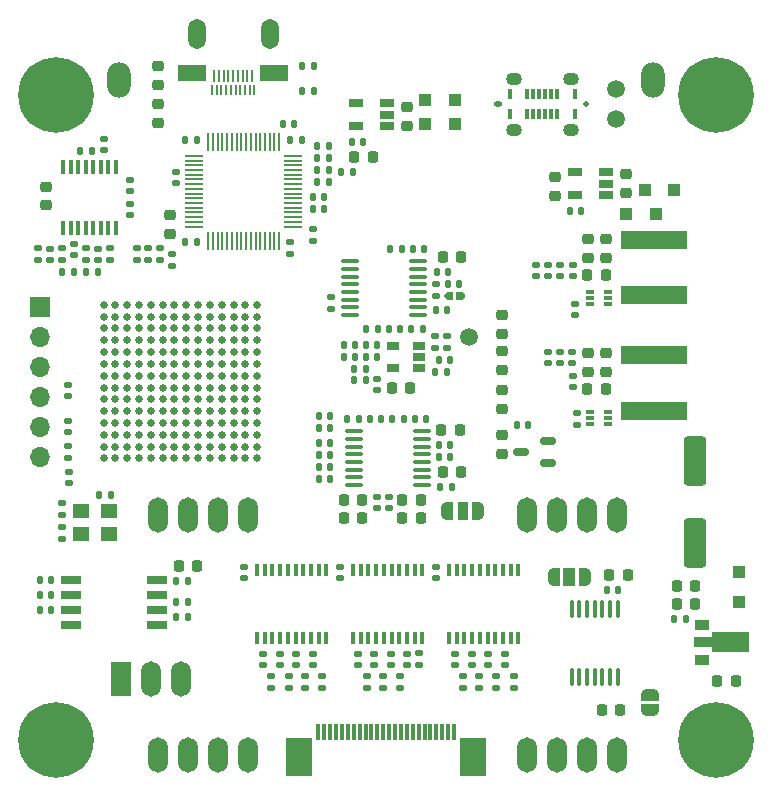
<source format=gbr>
%TF.GenerationSoftware,KiCad,Pcbnew,8.0.8*%
%TF.CreationDate,2025-02-13T12:54:14+01:00*%
%TF.ProjectId,hd_64_v0,68645f36-345f-4763-902e-6b696361645f,0.2*%
%TF.SameCoordinates,PX4737720PY55fe290*%
%TF.FileFunction,Soldermask,Top*%
%TF.FilePolarity,Negative*%
%FSLAX46Y46*%
G04 Gerber Fmt 4.6, Leading zero omitted, Abs format (unit mm)*
G04 Created by KiCad (PCBNEW 8.0.8) date 2025-02-13 12:54:14*
%MOMM*%
%LPD*%
G01*
G04 APERTURE LIST*
G04 Aperture macros list*
%AMRoundRect*
0 Rectangle with rounded corners*
0 $1 Rounding radius*
0 $2 $3 $4 $5 $6 $7 $8 $9 X,Y pos of 4 corners*
0 Add a 4 corners polygon primitive as box body*
4,1,4,$2,$3,$4,$5,$6,$7,$8,$9,$2,$3,0*
0 Add four circle primitives for the rounded corners*
1,1,$1+$1,$2,$3*
1,1,$1+$1,$4,$5*
1,1,$1+$1,$6,$7*
1,1,$1+$1,$8,$9*
0 Add four rect primitives between the rounded corners*
20,1,$1+$1,$2,$3,$4,$5,0*
20,1,$1+$1,$4,$5,$6,$7,0*
20,1,$1+$1,$6,$7,$8,$9,0*
20,1,$1+$1,$8,$9,$2,$3,0*%
%AMOutline5P*
0 Free polygon, 5 corners , with rotation*
0 The origin of the aperture is its center*
0 number of corners: always 5*
0 $1 to $10 corner X, Y*
0 $11 Rotation angle, in degrees counterclockwise*
0 create outline with 5 corners*
4,1,5,$1,$2,$3,$4,$5,$6,$7,$8,$9,$10,$1,$2,$11*%
%AMOutline6P*
0 Free polygon, 6 corners , with rotation*
0 The origin of the aperture is its center*
0 number of corners: always 6*
0 $1 to $12 corner X, Y*
0 $13 Rotation angle, in degrees counterclockwise*
0 create outline with 6 corners*
4,1,6,$1,$2,$3,$4,$5,$6,$7,$8,$9,$10,$11,$12,$1,$2,$13*%
%AMOutline7P*
0 Free polygon, 7 corners , with rotation*
0 The origin of the aperture is its center*
0 number of corners: always 7*
0 $1 to $14 corner X, Y*
0 $15 Rotation angle, in degrees counterclockwise*
0 create outline with 7 corners*
4,1,7,$1,$2,$3,$4,$5,$6,$7,$8,$9,$10,$11,$12,$13,$14,$1,$2,$15*%
%AMOutline8P*
0 Free polygon, 8 corners , with rotation*
0 The origin of the aperture is its center*
0 number of corners: always 8*
0 $1 to $16 corner X, Y*
0 $17 Rotation angle, in degrees counterclockwise*
0 create outline with 8 corners*
4,1,8,$1,$2,$3,$4,$5,$6,$7,$8,$9,$10,$11,$12,$13,$14,$15,$16,$1,$2,$17*%
%AMFreePoly0*
4,1,9,3.862500,-0.866500,0.737500,-0.866500,0.737500,-0.450000,-0.737500,-0.450000,-0.737500,0.450000,0.737500,0.450000,0.737500,0.866500,3.862500,0.866500,3.862500,-0.866500,3.862500,-0.866500,$1*%
%AMFreePoly1*
4,1,19,0.550000,-0.750000,0.000000,-0.750000,0.000000,-0.744911,-0.071157,-0.744911,-0.207708,-0.704816,-0.327430,-0.627875,-0.420627,-0.520320,-0.479746,-0.390866,-0.500000,-0.250000,-0.500000,0.250000,-0.479746,0.390866,-0.420627,0.520320,-0.327430,0.627875,-0.207708,0.704816,-0.071157,0.744911,0.000000,0.744911,0.000000,0.750000,0.550000,0.750000,0.550000,-0.750000,0.550000,-0.750000,
$1*%
%AMFreePoly2*
4,1,19,0.000000,0.744911,0.071157,0.744911,0.207708,0.704816,0.327430,0.627875,0.420627,0.520320,0.479746,0.390866,0.500000,0.250000,0.500000,-0.250000,0.479746,-0.390866,0.420627,-0.520320,0.327430,-0.627875,0.207708,-0.704816,0.071157,-0.744911,0.000000,-0.744911,0.000000,-0.750000,-0.550000,-0.750000,-0.550000,0.750000,0.000000,0.750000,0.000000,0.744911,0.000000,0.744911,
$1*%
%AMFreePoly3*
4,1,19,0.500000,-0.750000,0.000000,-0.750000,0.000000,-0.744911,-0.071157,-0.744911,-0.207708,-0.704816,-0.327430,-0.627875,-0.420627,-0.520320,-0.479746,-0.390866,-0.500000,-0.250000,-0.500000,0.250000,-0.479746,0.390866,-0.420627,0.520320,-0.327430,0.627875,-0.207708,0.704816,-0.071157,0.744911,0.000000,0.744911,0.000000,0.750000,0.500000,0.750000,0.500000,-0.750000,0.500000,-0.750000,
$1*%
%AMFreePoly4*
4,1,19,0.000000,0.744911,0.071157,0.744911,0.207708,0.704816,0.327430,0.627875,0.420627,0.520320,0.479746,0.390866,0.500000,0.250000,0.500000,-0.250000,0.479746,-0.390866,0.420627,-0.520320,0.327430,-0.627875,0.207708,-0.704816,0.071157,-0.744911,0.000000,-0.744911,0.000000,-0.750000,-0.500000,-0.750000,-0.500000,0.750000,0.000000,0.750000,0.000000,0.744911,0.000000,0.744911,
$1*%
G04 Aperture macros list end*
%ADD10RoundRect,0.218750X-0.218750X-0.256250X0.218750X-0.256250X0.218750X0.256250X-0.218750X0.256250X0*%
%ADD11RoundRect,0.218750X0.218750X0.256250X-0.218750X0.256250X-0.218750X-0.256250X0.218750X-0.256250X0*%
%ADD12RoundRect,0.218750X0.256250X-0.218750X0.256250X0.218750X-0.256250X0.218750X-0.256250X-0.218750X0*%
%ADD13RoundRect,0.147500X0.172500X-0.147500X0.172500X0.147500X-0.172500X0.147500X-0.172500X-0.147500X0*%
%ADD14RoundRect,0.147500X-0.172500X0.147500X-0.172500X-0.147500X0.172500X-0.147500X0.172500X0.147500X0*%
%ADD15O,2.000000X3.000000*%
%ADD16C,6.400000*%
%ADD17RoundRect,0.150000X0.512500X0.150000X-0.512500X0.150000X-0.512500X-0.150000X0.512500X-0.150000X0*%
%ADD18RoundRect,0.147500X-0.147500X-0.172500X0.147500X-0.172500X0.147500X0.172500X-0.147500X0.172500X0*%
%ADD19C,1.500000*%
%ADD20R,0.400000X1.000000*%
%ADD21RoundRect,0.100000X0.637500X0.100000X-0.637500X0.100000X-0.637500X-0.100000X0.637500X-0.100000X0*%
%ADD22RoundRect,0.147500X0.147500X0.172500X-0.147500X0.172500X-0.147500X-0.172500X0.147500X-0.172500X0*%
%ADD23R,1.300000X0.900000*%
%ADD24FreePoly0,0.000000*%
%ADD25R,0.400000X1.200000*%
%ADD26R,2.200000X3.300000*%
%ADD27R,0.300000X1.400000*%
%ADD28RoundRect,0.100000X-0.637500X-0.100000X0.637500X-0.100000X0.637500X0.100000X-0.637500X0.100000X0*%
%ADD29R,1.000000X1.000000*%
%ADD30R,5.700000X1.600000*%
%ADD31RoundRect,0.250000X-0.700000X1.825000X-0.700000X-1.825000X0.700000X-1.825000X0.700000X1.825000X0*%
%ADD32R,1.060000X0.650000*%
%ADD33C,0.508000*%
%ADD34O,0.710000X0.508000*%
%ADD35O,1.346200X1.092200*%
%ADD36R,0.304800X0.863600*%
%ADD37RoundRect,0.218750X-0.256250X0.218750X-0.256250X-0.218750X0.256250X-0.218750X0.256250X0.218750X0*%
%ADD38O,1.700000X3.000000*%
%ADD39R,0.700000X0.340000*%
%ADD40R,1.400000X1.200000*%
%ADD41FreePoly1,0.000000*%
%ADD42R,0.900000X1.500000*%
%ADD43FreePoly2,0.000000*%
%ADD44RoundRect,0.062500X0.687500X0.062500X-0.687500X0.062500X-0.687500X-0.062500X0.687500X-0.062500X0*%
%ADD45RoundRect,0.062500X0.062500X0.687500X-0.062500X0.687500X-0.062500X-0.687500X0.062500X-0.687500X0*%
%ADD46R,1.220000X0.650000*%
%ADD47R,1.700000X0.650000*%
%ADD48C,0.654000*%
%ADD49R,0.230000X0.850000*%
%ADD50R,0.230000X1.000000*%
%ADD51R,2.400000X1.380000*%
%ADD52O,1.500000X2.550000*%
%ADD53RoundRect,0.100000X0.100000X-0.637500X0.100000X0.637500X-0.100000X0.637500X-0.100000X-0.637500X0*%
%ADD54R,1.700000X1.700000*%
%ADD55O,1.700000X1.700000*%
%ADD56R,1.000000X1.500000*%
%ADD57R,1.700000X3.000000*%
%ADD58Outline6P,-0.381000X0.120000X-0.201000X0.300000X0.381000X0.300000X0.381000X-0.300000X-0.201000X-0.300000X-0.381000X-0.120000X180.000000*%
%ADD59Outline6P,-0.381000X0.300000X0.201000X0.300000X0.381000X0.120000X0.381000X-0.120000X0.201000X-0.300000X-0.381000X-0.300000X180.000000*%
%ADD60FreePoly3,270.000000*%
%ADD61FreePoly4,270.000000*%
G04 APERTURE END LIST*
D10*
X33121500Y24130000D03*
X34696500Y24130000D03*
D11*
X29743500Y24130000D03*
X28168500Y24130000D03*
D12*
X2924000Y49082500D03*
X2924000Y50657500D03*
D13*
X36888500Y37036000D03*
X36888500Y38006000D03*
D14*
X33528000Y11130000D03*
X33528000Y10160000D03*
D13*
X4826000Y27709000D03*
X4826000Y28679000D03*
D14*
X38989000Y11130000D03*
X38989000Y10160000D03*
D15*
X54356000Y59690000D03*
D14*
X30099000Y9225000D03*
X30099000Y8255000D03*
D16*
X59690000Y3810000D03*
D17*
X45460500Y27244000D03*
X45460500Y29144000D03*
X43185500Y28194000D03*
D18*
X2436000Y17399000D03*
X3406000Y17399000D03*
D12*
X52093000Y50139500D03*
X52093000Y51714500D03*
D19*
X51181000Y58928000D03*
D20*
X28952000Y12444000D03*
X29602000Y12444000D03*
X30252000Y12444000D03*
X30902000Y12444000D03*
X31552000Y12444000D03*
X32202000Y12444000D03*
X32852000Y12444000D03*
X33502000Y12444000D03*
X34152000Y12444000D03*
X34802000Y12444000D03*
X34802000Y18244000D03*
X34152000Y18244000D03*
X33502000Y18244000D03*
X32852000Y18244000D03*
X32202000Y18244000D03*
X31552000Y18244000D03*
X30902000Y18244000D03*
X30252000Y18244000D03*
X29602000Y18244000D03*
X28952000Y18244000D03*
D21*
X34739500Y25411000D03*
X34739500Y26061000D03*
X34739500Y26711000D03*
X34739500Y27361000D03*
X34739500Y28011000D03*
X34739500Y28661000D03*
X34739500Y29311000D03*
X34739500Y29961000D03*
X29014500Y29961000D03*
X29014500Y29311000D03*
X29014500Y28661000D03*
X29014500Y28011000D03*
X29014500Y27361000D03*
X29014500Y26711000D03*
X29014500Y26061000D03*
X29014500Y25411000D03*
D14*
X30929500Y24402000D03*
X30929500Y23432000D03*
D22*
X24615000Y54610000D03*
X23645000Y54610000D03*
D23*
X58476500Y13589000D03*
D24*
X58564000Y12089000D03*
D23*
X58476500Y10589000D03*
D14*
X25527000Y11130000D03*
X25527000Y10160000D03*
D22*
X51412000Y16510000D03*
X50442000Y16510000D03*
D13*
X5334000Y44854000D03*
X5334000Y45824000D03*
D22*
X37188000Y27813000D03*
X36218000Y27813000D03*
D10*
X56362500Y16891000D03*
X57937500Y16891000D03*
D14*
X42545000Y9225000D03*
X42545000Y8255000D03*
D10*
X33121500Y22606000D03*
X34696500Y22606000D03*
D18*
X28139000Y36270000D03*
X29109000Y36270000D03*
D25*
X4401500Y47170000D03*
X5036500Y47170000D03*
X5671500Y47170000D03*
X6306500Y47170000D03*
X6941500Y47170000D03*
X7576500Y47170000D03*
X8211500Y47170000D03*
X8846500Y47170000D03*
X8846500Y52370000D03*
X8211500Y52370000D03*
X7576500Y52370000D03*
X6941500Y52370000D03*
X6306500Y52370000D03*
X5671500Y52370000D03*
X5036500Y52370000D03*
X4401500Y52370000D03*
D26*
X24400000Y2407500D03*
X39100000Y2407500D03*
D27*
X26000000Y4477500D03*
X26500000Y4477500D03*
X27000000Y4477500D03*
X27500000Y4477500D03*
X28000000Y4477500D03*
X28500000Y4477500D03*
X29000000Y4477500D03*
X29500000Y4477500D03*
X30000000Y4477500D03*
X30500000Y4477500D03*
X31000000Y4477500D03*
X31500000Y4477500D03*
X32000000Y4477500D03*
X32500000Y4477500D03*
X33000000Y4477500D03*
X33500000Y4477500D03*
X34000000Y4477500D03*
X34500000Y4477500D03*
X35000000Y4477500D03*
X35500000Y4477500D03*
X36000000Y4477500D03*
X36500000Y4477500D03*
X37000000Y4477500D03*
X37500000Y4477500D03*
D14*
X30734000Y11130000D03*
X30734000Y10160000D03*
D22*
X27028000Y28956000D03*
X26058000Y28956000D03*
D28*
X28692000Y44368000D03*
X28692000Y43718000D03*
X28692000Y43068000D03*
X28692000Y42418000D03*
X28692000Y41768000D03*
X28692000Y41118000D03*
X28692000Y40468000D03*
X28692000Y39818000D03*
X34417000Y39818000D03*
X34417000Y40468000D03*
X34417000Y41118000D03*
X34417000Y41768000D03*
X34417000Y42418000D03*
X34417000Y43068000D03*
X34417000Y43718000D03*
X34417000Y44368000D03*
D14*
X7386000Y45429000D03*
X7386000Y44459000D03*
D29*
X61595000Y18014000D03*
X61595000Y15514000D03*
D30*
X54399000Y41465000D03*
X54399000Y46165000D03*
D22*
X26520000Y48768000D03*
X25550000Y48768000D03*
X34833500Y38664000D03*
X33863500Y38664000D03*
D10*
X28168500Y22606000D03*
X29743500Y22606000D03*
D18*
X29039000Y34270000D03*
X30009000Y34270000D03*
D22*
X29822000Y54483000D03*
X28852000Y54483000D03*
D14*
X29337000Y11130000D03*
X29337000Y10160000D03*
D31*
X57872500Y27478000D03*
X57872500Y20528000D03*
D12*
X41529000Y35153500D03*
X41529000Y36728500D03*
D18*
X23010000Y56007000D03*
X23980000Y56007000D03*
D10*
X36423500Y30099000D03*
X37998500Y30099000D03*
D29*
X53657000Y50419000D03*
X56157000Y50419000D03*
D22*
X36934000Y40259000D03*
X35964000Y40259000D03*
D32*
X34559500Y35301000D03*
X34559500Y36251000D03*
X34559500Y37201000D03*
X32359500Y37201000D03*
X32359500Y35301000D03*
D11*
X38125500Y44760000D03*
X36550500Y44760000D03*
D14*
X23624000Y45955000D03*
X23624000Y44985000D03*
D18*
X26058000Y26924000D03*
X27028000Y26924000D03*
D13*
X19685000Y17526000D03*
X19685000Y18496000D03*
D33*
X48708000Y57658000D03*
D34*
X41208000Y57658000D03*
D35*
X47358000Y55507999D03*
X42558000Y55507999D03*
X47358000Y59808001D03*
X42558000Y59808001D03*
D36*
X47708000Y56793000D03*
X46208000Y56793000D03*
X45708001Y56793000D03*
X45208000Y56793000D03*
X44708000Y56793000D03*
X44207999Y56793000D03*
X43708000Y56793000D03*
X42208000Y56793000D03*
X42208000Y58523000D03*
X43708000Y58523000D03*
X44207999Y58523000D03*
X44708000Y58523000D03*
X45208000Y58523000D03*
X45708001Y58523000D03*
X46208000Y58523000D03*
X47708000Y58523000D03*
D22*
X5311000Y43434000D03*
X4341000Y43434000D03*
D13*
X47541000Y43076000D03*
X47541000Y44046000D03*
D22*
X15725000Y54610000D03*
X14755000Y54610000D03*
D10*
X50647500Y17780000D03*
X52222500Y17780000D03*
D22*
X48280000Y48641000D03*
X47310000Y48641000D03*
X33251000Y30988000D03*
X32281000Y30988000D03*
D18*
X28139000Y37270000D03*
X29109000Y37270000D03*
D19*
X38735000Y37973000D03*
D14*
X4318000Y21821000D03*
X4318000Y20851000D03*
X26289000Y9225000D03*
X26289000Y8255000D03*
D10*
X48785500Y43180000D03*
X50360500Y43180000D03*
D22*
X36992500Y43490000D03*
X36022500Y43490000D03*
X26520000Y49784000D03*
X25550000Y49784000D03*
D14*
X4924000Y26555000D03*
X4924000Y25585000D03*
D37*
X50335000Y46253500D03*
X50335000Y44678500D03*
D22*
X27028000Y31242000D03*
X26058000Y31242000D03*
D10*
X56362500Y15367000D03*
X57937500Y15367000D03*
D14*
X2286000Y45443000D03*
X2286000Y44473000D03*
D13*
X10053000Y50301000D03*
X10053000Y51271000D03*
D14*
X21971000Y9225000D03*
X21971000Y8255000D03*
D12*
X41529000Y38201500D03*
X41529000Y39776500D03*
D22*
X26901000Y52070000D03*
X25931000Y52070000D03*
D14*
X24892000Y9225000D03*
X24892000Y8255000D03*
D22*
X57127000Y14097000D03*
X56157000Y14097000D03*
D10*
X29057500Y53213000D03*
X30632500Y53213000D03*
D22*
X35156000Y30988000D03*
X34186000Y30988000D03*
D14*
X13624000Y44955000D03*
X13624000Y43985000D03*
X30988000Y34394000D03*
X30988000Y33424000D03*
D11*
X51587500Y6350000D03*
X50012500Y6350000D03*
D22*
X31346000Y30988000D03*
X30376000Y30988000D03*
D14*
X6350000Y45443000D03*
X6350000Y44473000D03*
D22*
X32928500Y38664000D03*
X31958500Y38664000D03*
D38*
X20066000Y2540000D03*
X17526000Y2540000D03*
X14986000Y2540000D03*
X12446000Y2540000D03*
D39*
X50534000Y40775000D03*
X50534000Y41275000D03*
X50534000Y41775000D03*
X49034000Y41775000D03*
X49034000Y41275000D03*
X49034000Y40775000D03*
D12*
X12446000Y56108500D03*
X12446000Y57683500D03*
D13*
X27813000Y17526000D03*
X27813000Y18496000D03*
D22*
X28933000Y51943000D03*
X27963000Y51943000D03*
D14*
X41783000Y11130000D03*
X41783000Y10160000D03*
D40*
X5912000Y21275000D03*
X8312000Y21275000D03*
X8312000Y23175000D03*
X5912000Y23175000D03*
D14*
X27109500Y41308000D03*
X27109500Y40338000D03*
D18*
X33990500Y45395000D03*
X34960500Y45395000D03*
D22*
X15709000Y45970000D03*
X14739000Y45970000D03*
X26901000Y54102000D03*
X25931000Y54102000D03*
D12*
X33528000Y55854500D03*
X33528000Y57429500D03*
D14*
X32893000Y9225000D03*
X32893000Y8255000D03*
D22*
X37315000Y25273000D03*
X36345000Y25273000D03*
D11*
X33807500Y33655000D03*
X32232500Y33655000D03*
D18*
X2436000Y16129000D03*
X3406000Y16129000D03*
X36980000Y42418000D03*
X37950000Y42418000D03*
D14*
X11624000Y45455000D03*
X11624000Y44485000D03*
D41*
X36927000Y23241000D03*
D42*
X38227000Y23241000D03*
D43*
X39527000Y23241000D03*
D14*
X10624000Y45455000D03*
X10624000Y44485000D03*
D37*
X41529000Y33426500D03*
X41529000Y31851500D03*
D14*
X45466000Y36680000D03*
X45466000Y35710000D03*
X41021000Y9225000D03*
X41021000Y8255000D03*
D44*
X23860000Y47292000D03*
X23860000Y47692000D03*
X23860000Y48092000D03*
X23860000Y48492000D03*
X23860000Y48892000D03*
X23860000Y49292000D03*
X23860000Y49692000D03*
X23860000Y50092000D03*
X23860000Y50492000D03*
X23860000Y50892000D03*
X23860000Y51292000D03*
X23860000Y51692000D03*
X23860000Y52092000D03*
X23860000Y52492000D03*
X23860000Y52892000D03*
X23860000Y53292000D03*
D45*
X22685000Y54467000D03*
X22285000Y54467000D03*
X21885000Y54467000D03*
X21485000Y54467000D03*
X21085000Y54467000D03*
X20685000Y54467000D03*
X20285000Y54467000D03*
X19885000Y54467000D03*
X19485000Y54467000D03*
X19085000Y54467000D03*
X18685000Y54467000D03*
X18285000Y54467000D03*
X17885000Y54467000D03*
X17485000Y54467000D03*
X17085000Y54467000D03*
X16685000Y54467000D03*
D44*
X15510000Y53292000D03*
X15510000Y52892000D03*
X15510000Y52492000D03*
X15510000Y52092000D03*
X15510000Y51692000D03*
X15510000Y51292000D03*
X15510000Y50892000D03*
X15510000Y50492000D03*
X15510000Y50092000D03*
X15510000Y49692000D03*
X15510000Y49292000D03*
X15510000Y48892000D03*
X15510000Y48492000D03*
X15510000Y48092000D03*
X15510000Y47692000D03*
X15510000Y47292000D03*
D45*
X16685000Y46117000D03*
X17085000Y46117000D03*
X17485000Y46117000D03*
X17885000Y46117000D03*
X18285000Y46117000D03*
X18685000Y46117000D03*
X19085000Y46117000D03*
X19485000Y46117000D03*
X19885000Y46117000D03*
X20285000Y46117000D03*
X20685000Y46117000D03*
X21085000Y46117000D03*
X21485000Y46117000D03*
X21885000Y46117000D03*
X22285000Y46117000D03*
X22685000Y46117000D03*
D14*
X3324000Y45429000D03*
X3324000Y44459000D03*
D10*
X36550500Y26543000D03*
X38125500Y26543000D03*
D14*
X47879000Y31473000D03*
X47879000Y30503000D03*
X37592000Y11130000D03*
X37592000Y10160000D03*
D12*
X46017000Y49885500D03*
X46017000Y51460500D03*
D13*
X34544000Y10183000D03*
X34544000Y11153000D03*
D14*
X31945500Y24402000D03*
X31945500Y23432000D03*
D46*
X31790000Y55819000D03*
X31790000Y56769000D03*
X31790000Y57719000D03*
X29170000Y57719000D03*
X29170000Y55819000D03*
D14*
X7874000Y54714000D03*
X7874000Y53744000D03*
X35872500Y38006000D03*
X35872500Y37036000D03*
X31496000Y9225000D03*
X31496000Y8255000D03*
D16*
X59690000Y58420000D03*
D37*
X50335000Y36601500D03*
X50335000Y35026500D03*
D22*
X29441000Y30988000D03*
X28471000Y30988000D03*
D18*
X24661000Y60870000D03*
X25631000Y60870000D03*
D22*
X27028000Y30226000D03*
X26058000Y30226000D03*
D29*
X35072000Y58039000D03*
X37572000Y58039000D03*
D13*
X13970000Y50973000D03*
X13970000Y51943000D03*
D14*
X38227000Y9225000D03*
X38227000Y8255000D03*
X32131000Y11130000D03*
X32131000Y10160000D03*
D47*
X5024000Y17410000D03*
X5024000Y16140000D03*
X5024000Y14870000D03*
X5024000Y13600000D03*
X12324000Y13600000D03*
X12324000Y14870000D03*
X12324000Y16140000D03*
X12324000Y17410000D03*
D18*
X25931000Y51054000D03*
X26901000Y51054000D03*
D38*
X51308000Y22860000D03*
X48768000Y22860000D03*
X46228000Y22860000D03*
X43688000Y22860000D03*
D14*
X40386000Y11130000D03*
X40386000Y10160000D03*
X22733000Y11130000D03*
X22733000Y10160000D03*
D15*
X9144000Y59690000D03*
D13*
X47541000Y33678000D03*
X47541000Y34648000D03*
D22*
X37188000Y28829000D03*
X36218000Y28829000D03*
D12*
X12446000Y59283500D03*
X12446000Y60858500D03*
D14*
X44450000Y44046000D03*
X44450000Y43076000D03*
D48*
X20824000Y27670000D03*
X19824000Y27670000D03*
X18824000Y27670000D03*
X17824000Y27670000D03*
X16824000Y27670000D03*
X15824000Y27670000D03*
X14824000Y27670000D03*
X13824000Y27670000D03*
X12824000Y27670000D03*
X11824000Y27670000D03*
X10824000Y27670000D03*
X9824000Y27670000D03*
X8824000Y27670000D03*
X7824000Y27670000D03*
X20824000Y28670000D03*
X19824000Y28670000D03*
X18824000Y28670000D03*
X17824000Y28670000D03*
X16824000Y28670000D03*
X15824000Y28670000D03*
X14824000Y28670000D03*
X13824000Y28670000D03*
X12824000Y28670000D03*
X11824000Y28670000D03*
X10824000Y28670000D03*
X9824000Y28670000D03*
X8824000Y28670000D03*
X7824000Y28670000D03*
X20824000Y29670000D03*
X19824000Y29670000D03*
X18824000Y29670000D03*
X17824000Y29670000D03*
X16824000Y29670000D03*
X15824000Y29670000D03*
X14824000Y29670000D03*
X13824000Y29670000D03*
X12824000Y29670000D03*
X11824000Y29670000D03*
X10824000Y29670000D03*
X9824000Y29670000D03*
X8824000Y29670000D03*
X7824000Y29670000D03*
X20824000Y30670000D03*
X19824000Y30670000D03*
X18824000Y30670000D03*
X17824000Y30670000D03*
X16824000Y30670000D03*
X15824000Y30670000D03*
X14824000Y30670000D03*
X13824000Y30670000D03*
X12824000Y30670000D03*
X11824000Y30670000D03*
X10824000Y30670000D03*
X9824000Y30670000D03*
X8824000Y30670000D03*
X7824000Y30670000D03*
X20824000Y31670000D03*
X19824000Y31670000D03*
X18824000Y31670000D03*
X17824000Y31670000D03*
X16824000Y31670000D03*
X15824000Y31670000D03*
X14824000Y31670000D03*
X13824000Y31670000D03*
X12824000Y31670000D03*
X11824000Y31670000D03*
X10824000Y31670000D03*
X9824000Y31670000D03*
X8824000Y31670000D03*
X7824000Y31670000D03*
X20824000Y32670000D03*
X19824000Y32670000D03*
X18824000Y32670000D03*
X17824000Y32670000D03*
X16824000Y32670000D03*
X15824000Y32670000D03*
X14824000Y32670000D03*
X13824000Y32670000D03*
X12824000Y32670000D03*
X11824000Y32670000D03*
X10824000Y32670000D03*
X9824000Y32670000D03*
X8824000Y32670000D03*
X7824000Y32670000D03*
X20824000Y33670000D03*
X19824000Y33670000D03*
X18824000Y33670000D03*
X17824000Y33670000D03*
X16824000Y33670000D03*
X15824000Y33670000D03*
X14824000Y33670000D03*
X13824000Y33670000D03*
X12824000Y33670000D03*
X11824000Y33670000D03*
X10824000Y33670000D03*
X9824000Y33670000D03*
X8824000Y33670000D03*
X7824000Y33670000D03*
X20824000Y34670000D03*
X19824000Y34670000D03*
X18824000Y34670000D03*
X17824000Y34670000D03*
X16824000Y34670000D03*
X15824000Y34670000D03*
X14824000Y34670000D03*
X13824000Y34670000D03*
X12824000Y34670000D03*
X11824000Y34670000D03*
X10824000Y34670000D03*
X9824000Y34670000D03*
X8824000Y34670000D03*
X7824000Y34670000D03*
X20824000Y35670000D03*
X19824000Y35670000D03*
X18824000Y35670000D03*
X17824000Y35670000D03*
X16824000Y35670000D03*
X15824000Y35670000D03*
X14824000Y35670000D03*
X13824000Y35670000D03*
X12824000Y35670000D03*
X11824000Y35670000D03*
X10824000Y35670000D03*
X9824000Y35670000D03*
X8824000Y35670000D03*
X7824000Y35670000D03*
X20824000Y36670000D03*
X19824000Y36670000D03*
X18824000Y36670000D03*
X17824000Y36670000D03*
X16824000Y36670000D03*
X15824000Y36670000D03*
X14824000Y36670000D03*
X13824000Y36670000D03*
X12824000Y36670000D03*
X11824000Y36670000D03*
X10824000Y36670000D03*
X9824000Y36670000D03*
X8824000Y36670000D03*
X7824000Y36670000D03*
X20824000Y37670000D03*
X19824000Y37670000D03*
X18824000Y37670000D03*
X17824000Y37670000D03*
X16824000Y37670000D03*
X15824000Y37670000D03*
X14824000Y37670000D03*
X13824000Y37670000D03*
X12824000Y37670000D03*
X11824000Y37670000D03*
X10824000Y37670000D03*
X9824000Y37670000D03*
X8824000Y37670000D03*
X7824000Y37670000D03*
X20824000Y38670000D03*
X19824000Y38670000D03*
X18824000Y38670000D03*
X17824000Y38670000D03*
X16824000Y38670000D03*
X15824000Y38670000D03*
X14824000Y38670000D03*
X13824000Y38670000D03*
X12824000Y38670000D03*
X11824000Y38670000D03*
X10824000Y38670000D03*
X9824000Y38670000D03*
X8824000Y38670000D03*
X7824000Y38670000D03*
X20824000Y39670000D03*
X19824000Y39670000D03*
X18824000Y39670000D03*
X17824000Y39670000D03*
X16824000Y39670000D03*
X15824000Y39670000D03*
X14824000Y39670000D03*
X13824000Y39670000D03*
X12824000Y39670000D03*
X11824000Y39670000D03*
X10824000Y39670000D03*
X9824000Y39670000D03*
X8824000Y39670000D03*
X7824000Y39670000D03*
X20824000Y40670000D03*
X19824000Y40670000D03*
X18824000Y40670000D03*
X17824000Y40670000D03*
X16824000Y40670000D03*
X15824000Y40670000D03*
X14824000Y40670000D03*
X13824000Y40670000D03*
X12824000Y40670000D03*
X11824000Y40670000D03*
X10824000Y40670000D03*
X9824000Y40670000D03*
X8824000Y40670000D03*
X7824000Y40670000D03*
D22*
X43792000Y30480000D03*
X42822000Y30480000D03*
D13*
X35941000Y17526000D03*
X35941000Y18496000D03*
D49*
X16996000Y58852000D03*
D50*
X17196000Y60077000D03*
D49*
X17396000Y58852000D03*
D50*
X17596000Y60077000D03*
D49*
X17796000Y58852000D03*
D50*
X17996000Y60077000D03*
D49*
X18196000Y58852000D03*
D50*
X18396000Y60077000D03*
D49*
X18596000Y58852000D03*
D50*
X18796000Y60077000D03*
D49*
X18996000Y58852000D03*
D50*
X19196000Y60077000D03*
D49*
X19396000Y58852000D03*
D50*
X19596000Y60077000D03*
D49*
X19796000Y58852000D03*
D50*
X19996000Y60077000D03*
D49*
X20196000Y58852000D03*
D50*
X20396000Y60077000D03*
D49*
X20596000Y58852000D03*
D51*
X22246000Y60267000D03*
D52*
X21896000Y63627000D03*
X15696000Y63627000D03*
D51*
X15346000Y60267000D03*
D18*
X24661000Y58801000D03*
X25631000Y58801000D03*
D38*
X51308000Y2540000D03*
X48768000Y2540000D03*
X46228000Y2540000D03*
X43688000Y2540000D03*
D22*
X31023500Y38664000D03*
X30053500Y38664000D03*
D18*
X7439000Y24570000D03*
X8409000Y24570000D03*
D39*
X50534000Y30615000D03*
X50534000Y31115000D03*
X50534000Y31615000D03*
X49034000Y31615000D03*
X49034000Y31115000D03*
X49034000Y30615000D03*
D13*
X46482000Y35710000D03*
X46482000Y36680000D03*
D37*
X48811000Y46253500D03*
X48811000Y44678500D03*
D13*
X4826000Y32916000D03*
X4826000Y33886000D03*
D22*
X14963000Y17272000D03*
X13993000Y17272000D03*
D10*
X48785500Y33528000D03*
X50360500Y33528000D03*
D14*
X12624000Y45455000D03*
X12624000Y44485000D03*
D18*
X35895500Y34981000D03*
X36865500Y34981000D03*
D16*
X3810000Y3810000D03*
D22*
X37188000Y35997000D03*
X36218000Y35997000D03*
D14*
X4824000Y30855000D03*
X4824000Y29885000D03*
D53*
X47453000Y9202500D03*
X48103000Y9202500D03*
X48753000Y9202500D03*
X49403000Y9202500D03*
X50053000Y9202500D03*
X50703000Y9202500D03*
X51353000Y9202500D03*
X51353000Y14927500D03*
X50703000Y14927500D03*
X50053000Y14927500D03*
X49403000Y14927500D03*
X48753000Y14927500D03*
X48103000Y14927500D03*
X47453000Y14927500D03*
D54*
X2438000Y40488000D03*
D55*
X2438000Y37948000D03*
X2438000Y35408000D03*
X2438000Y32868000D03*
X2438000Y30328000D03*
X2438000Y27788000D03*
D37*
X41529000Y29616500D03*
X41529000Y28041500D03*
D18*
X32085500Y45395000D03*
X33055500Y45395000D03*
D22*
X31009000Y37270000D03*
X30039000Y37270000D03*
D29*
X52070000Y48387000D03*
X54570000Y48387000D03*
D46*
X50355000Y49977000D03*
X50355000Y50927000D03*
X50355000Y51877000D03*
X47735000Y51877000D03*
X47735000Y49977000D03*
D14*
X8382000Y45443000D03*
X8382000Y44473000D03*
X46482000Y44046000D03*
X46482000Y43076000D03*
D18*
X26058000Y27940000D03*
X27028000Y27940000D03*
D22*
X14963000Y14224000D03*
X13993000Y14224000D03*
D14*
X4318000Y45443000D03*
X4318000Y44473000D03*
D13*
X10053000Y48269000D03*
X10053000Y49239000D03*
D22*
X26901000Y53086000D03*
X25931000Y53086000D03*
D13*
X45466000Y43076000D03*
X45466000Y44046000D03*
D12*
X13424000Y46682500D03*
X13424000Y48257500D03*
D10*
X59791500Y8787000D03*
X61366500Y8787000D03*
D18*
X26058000Y25908000D03*
X27028000Y25908000D03*
D22*
X14963000Y15494000D03*
X13993000Y15494000D03*
D30*
X54399000Y31686000D03*
X54399000Y36386000D03*
D41*
X45944000Y17653000D03*
D56*
X47244000Y17653000D03*
D43*
X48544000Y17653000D03*
D18*
X2436000Y14870000D03*
X3406000Y14870000D03*
D14*
X25524000Y47055000D03*
X25524000Y46085000D03*
D38*
X20066000Y22860000D03*
X17526000Y22860000D03*
X14986000Y22860000D03*
X12446000Y22860000D03*
D10*
X14198500Y18542000D03*
X15773500Y18542000D03*
D14*
X23495000Y9225000D03*
X23495000Y8255000D03*
D18*
X6350000Y43434000D03*
X7320000Y43434000D03*
D14*
X21336000Y11130000D03*
X21336000Y10160000D03*
X47498000Y36680000D03*
X47498000Y35710000D03*
D13*
X35941000Y41425000D03*
X35941000Y42395000D03*
D14*
X24130000Y11130000D03*
X24130000Y10160000D03*
D18*
X5865000Y53721000D03*
X6835000Y53721000D03*
D57*
X9271000Y9017000D03*
D38*
X11811000Y9017000D03*
X14351000Y9017000D03*
D20*
X37080000Y12444000D03*
X37730000Y12444000D03*
X38380000Y12444000D03*
X39030000Y12444000D03*
X39680000Y12444000D03*
X40330000Y12444000D03*
X40980000Y12444000D03*
X41630000Y12444000D03*
X42280000Y12444000D03*
X42930000Y12444000D03*
X42930000Y18244000D03*
X42280000Y18244000D03*
X41630000Y18244000D03*
X40980000Y18244000D03*
X40330000Y18244000D03*
X39680000Y18244000D03*
X39030000Y18244000D03*
X38380000Y18244000D03*
X37730000Y18244000D03*
X37080000Y18244000D03*
D14*
X47752000Y40744000D03*
X47752000Y39774000D03*
D58*
X38100000Y41402000D03*
D59*
X37084000Y41402000D03*
D14*
X39624000Y9225000D03*
X39624000Y8255000D03*
D18*
X29039000Y35270000D03*
X30009000Y35270000D03*
D14*
X4318000Y23853000D03*
X4318000Y22883000D03*
D37*
X48811000Y36601500D03*
X48811000Y35026500D03*
D22*
X31009000Y36270000D03*
X30039000Y36270000D03*
D16*
X3810000Y58420000D03*
D29*
X35072000Y56007000D03*
X37572000Y56007000D03*
D19*
X51181000Y56388000D03*
D60*
X54102000Y7635000D03*
D61*
X54102000Y6335000D03*
D20*
X20824000Y12444000D03*
X21474000Y12444000D03*
X22124000Y12444000D03*
X22774000Y12444000D03*
X23424000Y12444000D03*
X24074000Y12444000D03*
X24724000Y12444000D03*
X25374000Y12444000D03*
X26024000Y12444000D03*
X26674000Y12444000D03*
X26674000Y18244000D03*
X26024000Y18244000D03*
X25374000Y18244000D03*
X24724000Y18244000D03*
X24074000Y18244000D03*
X23424000Y18244000D03*
X22774000Y18244000D03*
X22124000Y18244000D03*
X21474000Y18244000D03*
X20824000Y18244000D03*
M02*

</source>
